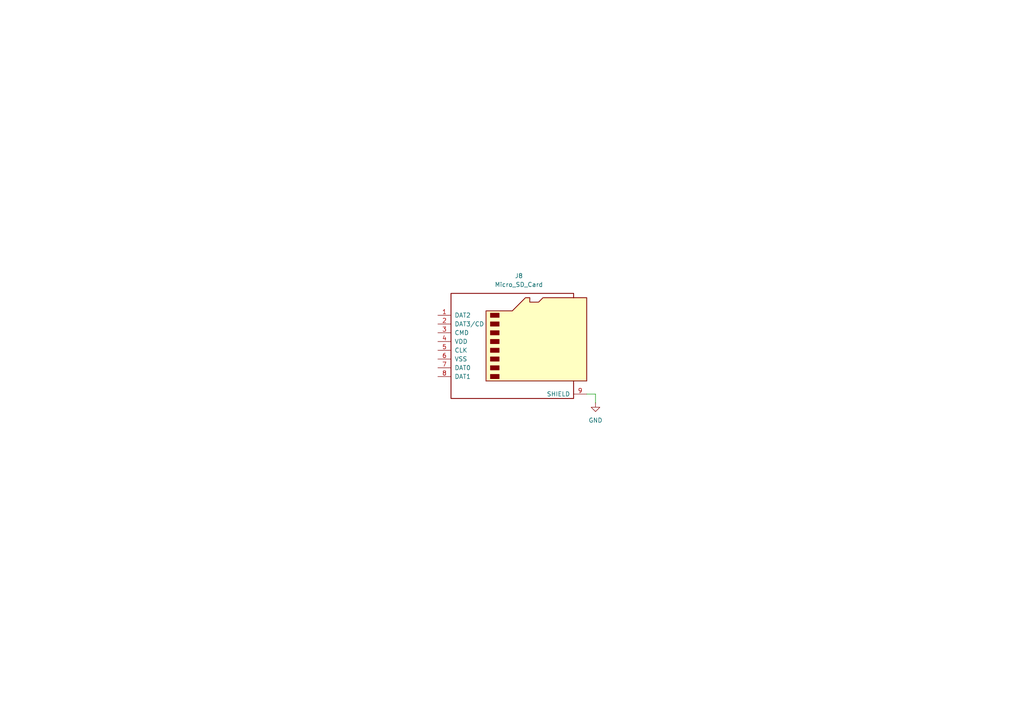
<source format=kicad_sch>
(kicad_sch (version 20231120) (generator "eeschema") (generator_version "8.0")
  (paper "A4")
  (lib_symbols
    (symbol "Connector:Micro_SD_Card" (pin_names (offset 1.016))
      (property "Reference" "J" (at -16.51 15.24 0))
      (property "Value" "Micro_SD_Card" (at 16.51 15.24 0))
      (symbol "Micro_SD_Card_0_1"
        (rectangle (start -7.62 -9.525) (end -5.08 -10.795) (fill (type outline)))
        (rectangle (start -7.62 -6.985) (end -5.08 -8.255) (fill (type outline)))
        (rectangle (start -7.62 -4.445) (end -5.08 -5.715) (fill (type outline)))
        (rectangle (start -7.62 -1.905) (end -5.08 -3.175) (fill (type outline)))
        (rectangle (start -7.62 0.635) (end -5.08 -0.635) (fill (type outline)))
        (rectangle (start -7.62 3.175) (end -5.08 1.905) (fill (type outline)))
        (rectangle (start -7.62 5.715) (end -5.08 4.445) (fill (type outline)))
        (rectangle (start -7.62 8.255) (end -5.08 6.985) (fill (type outline)))
        (polyline (pts (xy 16.51 12.7) (xy 16.51 13.97) (xy -19.05 13.97) (xy -19.05 -16.51) (xy 16.51 -16.51) (xy 16.51 -11.43)) (stroke (width 0.254)))
        (polyline (pts (xy -8.89 -11.43) (xy -8.89 8.89) (xy -1.27 8.89) (xy 2.54 12.7) (xy 3.81 12.7) (xy 3.81 11.43) (xy 6.35 11.43) (xy 7.62 12.7) (xy 20.32 12.7) (xy 20.32 -11.43) (xy -8.89 -11.43)) (stroke (width 0.254)) (fill (type background)))
      )
      (symbol "Micro_SD_Card_1_1"
        (pin bidirectional line (at -22.86 7.62 0) (length 3.81) (name "DAT2") (number "1"))
        (pin bidirectional line (at -22.86 5.08 0) (length 3.81) (name "DAT3/CD") (number "2"))
        (pin input line (at -22.86 2.54 0) (length 3.81) (name "CMD") (number "3"))
        (pin power_in line (at -22.86 0 0) (length 3.81) (name "VDD") (number "4"))
        (pin input line (at -22.86 -2.54 0) (length 3.81) (name "CLK") (number "5"))
        (pin power_in line (at -22.86 -5.08 0) (length 3.81) (name "VSS") (number "6"))
        (pin bidirectional line (at -22.86 -7.62 0) (length 3.81) (name "DAT0") (number "7"))
        (pin bidirectional line (at -22.86 -10.16 0) (length 3.81) (name "DAT1") (number "8"))
        (pin passive line (at 20.32 -15.24 180) (length 3.81) (name "SHIELD") (number "9"))
      )
    )
    (symbol "power:GND" (power) (pin_numbers hide) (pin_names (offset 0) hide)
      (property "Value" "GND" (at 0 -3.81 0))
      (symbol "GND_0_1"
        (polyline (pts (xy 0 0) (xy 0 -1.27) (xy 1.27 -1.27) (xy 0 -2.54) (xy -1.27 -1.27) (xy 0 -1.27)))
      )
      (symbol "GND_1_1"
        (pin power_in line (at 0 0 270) (length 0) (name "~") (number "1"))
      )
    )
  )
  (wire (pts (xy 172.72 116.84) (xy 172.72 114.3)))
  (wire (pts (xy 172.72 114.3) (xy 170.18 114.3)))
  (symbol (lib_id "Connector:Micro_SD_Card") (at 149.86 99.06 0) (unit 1)
    (property "Reference" "J8" (at 150.495 80.01 0))
    (property "Value" "Micro_SD_Card" (at 150.495 82.55 0))
    (property "Footprint" "Connector_Card:microSD_HC_Wuerth_693072010801" (effects (hide yes)))
    (property "Datasheet" "http://katalog.we-online.de/em/datasheet/693072010801.pdf" (effects (hide yes)))
    (property "Description" "Micro SD Card Socket" (effects (hide yes)))
  )
  (symbol (lib_id "power:GND") (at 172.72 116.84 0) (unit 1)
    (property "Reference" "#PWR044" (effects (hide yes)))
    (property "Value" "GND" (at 172.72 121.92 0))
    (property "Description" "Power symbol creates a global label with name \"GND\" , ground" (effects (hide yes)))
  )
)
</source>
